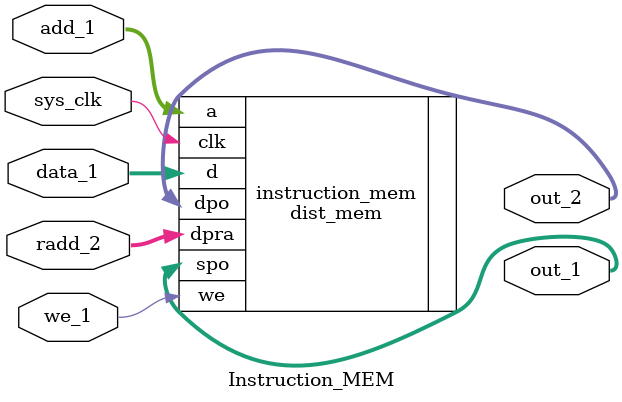
<source format=v>
`timescale 1ns / 1ps

/*
    The instruction memory unit 
    use a dist_mem

    last edit: 2022.4.6
*/

module Instruction_MEM(
    input sys_clk,
    input [7:0] add_1,
    input [31:0] data_1,
    input we_1,
    input [7:0] radd_2,
    output [31:0] out_1, out_2
);


    dist_mem instruction_mem (
    .a(add_1),        // input wire [7 : 0] a
    .d(data_1),        // input wire [31 : 0] d
    .dpra(radd_2),  // input wire [7 : 0] dpra
    .clk(sys_clk),    // input wire clk
    .we(we_1),      // input wire we
    .spo(out_1),    // output wire [31 : 0] spo
    .dpo(out_2)    // output wire [31 : 0] dpo
    );
endmodule

</source>
